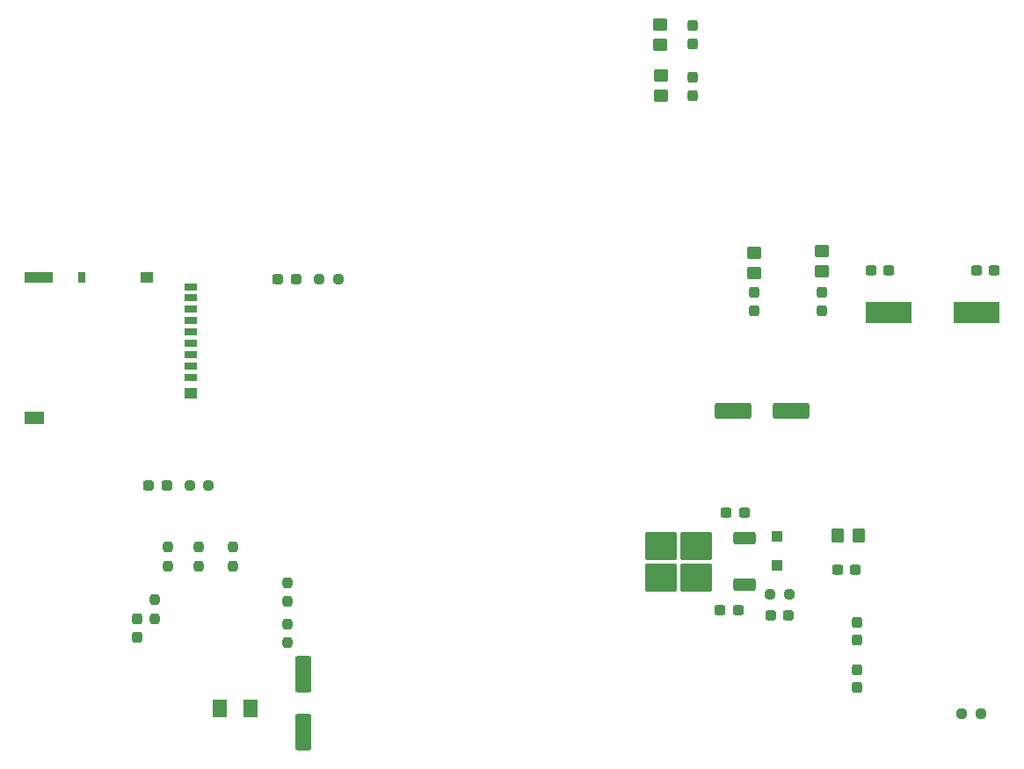
<source format=gbr>
%TF.GenerationSoftware,KiCad,Pcbnew,7.0.1-0*%
%TF.CreationDate,2023-05-25T18:19:08+09:00*%
%TF.ProjectId,MissionModule,4d697373-696f-46e4-9d6f-64756c652e6b,rev?*%
%TF.SameCoordinates,Original*%
%TF.FileFunction,Paste,Top*%
%TF.FilePolarity,Positive*%
%FSLAX46Y46*%
G04 Gerber Fmt 4.6, Leading zero omitted, Abs format (unit mm)*
G04 Created by KiCad (PCBNEW 7.0.1-0) date 2023-05-25 18:19:08*
%MOMM*%
%LPD*%
G01*
G04 APERTURE LIST*
G04 Aperture macros list*
%AMRoundRect*
0 Rectangle with rounded corners*
0 $1 Rounding radius*
0 $2 $3 $4 $5 $6 $7 $8 $9 X,Y pos of 4 corners*
0 Add a 4 corners polygon primitive as box body*
4,1,4,$2,$3,$4,$5,$6,$7,$8,$9,$2,$3,0*
0 Add four circle primitives for the rounded corners*
1,1,$1+$1,$2,$3*
1,1,$1+$1,$4,$5*
1,1,$1+$1,$6,$7*
1,1,$1+$1,$8,$9*
0 Add four rect primitives between the rounded corners*
20,1,$1+$1,$2,$3,$4,$5,0*
20,1,$1+$1,$4,$5,$6,$7,0*
20,1,$1+$1,$6,$7,$8,$9,0*
20,1,$1+$1,$8,$9,$2,$3,0*%
G04 Aperture macros list end*
%ADD10RoundRect,0.250001X0.462499X0.624999X-0.462499X0.624999X-0.462499X-0.624999X0.462499X-0.624999X0*%
%ADD11RoundRect,0.237500X0.250000X0.237500X-0.250000X0.237500X-0.250000X-0.237500X0.250000X-0.237500X0*%
%ADD12RoundRect,0.250000X-0.450000X0.350000X-0.450000X-0.350000X0.450000X-0.350000X0.450000X0.350000X0*%
%ADD13RoundRect,0.237500X-0.300000X-0.237500X0.300000X-0.237500X0.300000X0.237500X-0.300000X0.237500X0*%
%ADD14RoundRect,0.237500X0.237500X-0.300000X0.237500X0.300000X-0.237500X0.300000X-0.237500X-0.300000X0*%
%ADD15RoundRect,0.237500X0.237500X-0.250000X0.237500X0.250000X-0.237500X0.250000X-0.237500X-0.250000X0*%
%ADD16RoundRect,0.250000X-0.350000X-0.450000X0.350000X-0.450000X0.350000X0.450000X-0.350000X0.450000X0*%
%ADD17RoundRect,0.237500X-0.237500X0.287500X-0.237500X-0.287500X0.237500X-0.287500X0.237500X0.287500X0*%
%ADD18RoundRect,0.237500X0.237500X-0.287500X0.237500X0.287500X-0.237500X0.287500X-0.237500X-0.287500X0*%
%ADD19RoundRect,0.250000X-1.500000X-0.550000X1.500000X-0.550000X1.500000X0.550000X-1.500000X0.550000X0*%
%ADD20RoundRect,0.237500X-0.237500X0.250000X-0.237500X-0.250000X0.237500X-0.250000X0.237500X0.250000X0*%
%ADD21R,4.500000X2.000000*%
%ADD22RoundRect,0.237500X0.287500X0.237500X-0.287500X0.237500X-0.287500X-0.237500X0.287500X-0.237500X0*%
%ADD23RoundRect,0.250000X0.850000X0.350000X-0.850000X0.350000X-0.850000X-0.350000X0.850000X-0.350000X0*%
%ADD24RoundRect,0.250000X1.275000X1.125000X-1.275000X1.125000X-1.275000X-1.125000X1.275000X-1.125000X0*%
%ADD25RoundRect,0.237500X0.300000X0.237500X-0.300000X0.237500X-0.300000X-0.237500X0.300000X-0.237500X0*%
%ADD26RoundRect,0.237500X-0.287500X-0.237500X0.287500X-0.237500X0.287500X0.237500X-0.287500X0.237500X0*%
%ADD27RoundRect,0.250000X-0.550000X1.500000X-0.550000X-1.500000X0.550000X-1.500000X0.550000X1.500000X0*%
%ADD28RoundRect,0.250000X0.300000X-0.300000X0.300000X0.300000X-0.300000X0.300000X-0.300000X-0.300000X0*%
%ADD29RoundRect,0.237500X-0.250000X-0.237500X0.250000X-0.237500X0.250000X0.237500X-0.250000X0.237500X0*%
%ADD30R,1.200000X0.700000*%
%ADD31R,0.800000X1.000000*%
%ADD32R,1.200000X1.000000*%
%ADD33R,2.800000X1.000000*%
%ADD34R,1.900000X1.300000*%
G04 APERTURE END LIST*
D10*
%TO.C,F1*%
X124487500Y-128500000D03*
X121512500Y-128500000D03*
%TD*%
D11*
%TO.C,R11*%
X120412500Y-107000000D03*
X118587500Y-107000000D03*
%TD*%
D12*
%TO.C,R7*%
X163912500Y-62487500D03*
X163912500Y-64487500D03*
%TD*%
D13*
%TO.C,C6*%
X184213500Y-86203432D03*
X185938500Y-86203432D03*
%TD*%
D14*
%TO.C,C2*%
X182917000Y-121863932D03*
X182917000Y-120138932D03*
%TD*%
D15*
%TO.C,R12*%
X122750000Y-114750000D03*
X122750000Y-112925000D03*
%TD*%
D16*
%TO.C,R3*%
X181007500Y-111790000D03*
X183007500Y-111790000D03*
%TD*%
D17*
%TO.C,D5*%
X167000000Y-67625000D03*
X167000000Y-69375000D03*
%TD*%
D18*
%TO.C,D3*%
X179500000Y-90125000D03*
X179500000Y-88375000D03*
%TD*%
D11*
%TO.C,R15*%
X132900000Y-87099432D03*
X131075000Y-87099432D03*
%TD*%
D19*
%TO.C,C8*%
X170900000Y-99799432D03*
X176500000Y-99799432D03*
%TD*%
D12*
%TO.C,R6*%
X164000000Y-67412500D03*
X164000000Y-69412500D03*
%TD*%
D20*
%TO.C,R8*%
X128000000Y-120337500D03*
X128000000Y-122162500D03*
%TD*%
D12*
%TO.C,R4*%
X179500000Y-84337500D03*
X179500000Y-86337500D03*
%TD*%
D17*
%TO.C,D6*%
X167000000Y-62612500D03*
X167000000Y-64362500D03*
%TD*%
D15*
%TO.C,R13*%
X119500000Y-114750000D03*
X119500000Y-112925000D03*
%TD*%
D18*
%TO.C,D4*%
X173000000Y-90125000D03*
X173000000Y-88375000D03*
%TD*%
D21*
%TO.C,Y1*%
X185906000Y-90267432D03*
X194406000Y-90267432D03*
%TD*%
D15*
%TO.C,R14*%
X116500000Y-114750000D03*
X116500000Y-112925000D03*
%TD*%
D22*
%TO.C,D1*%
X176287500Y-119500000D03*
X174537500Y-119500000D03*
%TD*%
D23*
%TO.C,U3*%
X172000000Y-116579432D03*
D24*
X167375000Y-115824432D03*
X167375000Y-112774432D03*
X164025000Y-115824432D03*
X164025000Y-112774432D03*
D23*
X172000000Y-112019432D03*
%TD*%
D25*
%TO.C,C7*%
X172012500Y-109599432D03*
X170287500Y-109599432D03*
%TD*%
%TO.C,C3*%
X171412500Y-118999432D03*
X169687500Y-118999432D03*
%TD*%
D26*
%TO.C,D7*%
X114625000Y-107000000D03*
X116375000Y-107000000D03*
%TD*%
D27*
%TO.C,C9*%
X129500000Y-125200000D03*
X129500000Y-130800000D03*
%TD*%
D28*
%TO.C,D2*%
X175160306Y-114680000D03*
X175160306Y-111880000D03*
%TD*%
D11*
%TO.C,R2*%
X176325000Y-117500000D03*
X174500000Y-117500000D03*
%TD*%
D14*
%TO.C,C4*%
X182917000Y-126462500D03*
X182917000Y-124737500D03*
%TD*%
D29*
%TO.C,R1*%
X192987500Y-129000000D03*
X194812500Y-129000000D03*
%TD*%
D25*
%TO.C,C1*%
X196098500Y-86203432D03*
X194373500Y-86203432D03*
%TD*%
D26*
%TO.C,D8*%
X127112500Y-87099432D03*
X128862500Y-87099432D03*
%TD*%
D18*
%TO.C,D9*%
X113500000Y-121625000D03*
X113500000Y-119875000D03*
%TD*%
D20*
%TO.C,R10*%
X128000000Y-116337500D03*
X128000000Y-118162500D03*
%TD*%
D30*
%TO.C,J2*%
X118725000Y-96525000D03*
X118725000Y-95425000D03*
X118725000Y-94325000D03*
X118725000Y-93225000D03*
X118725000Y-92125000D03*
X118725000Y-91025000D03*
X118725000Y-89925000D03*
X118725000Y-88825000D03*
X118725000Y-87875000D03*
D31*
X108225000Y-86925000D03*
D32*
X114425000Y-86925000D03*
D33*
X104075000Y-86925000D03*
D32*
X118725000Y-98075000D03*
D34*
X103625000Y-100425000D03*
%TD*%
D25*
%TO.C,C5*%
X182745000Y-115100000D03*
X181020000Y-115100000D03*
%TD*%
D12*
%TO.C,R5*%
X173000000Y-84500000D03*
X173000000Y-86500000D03*
%TD*%
D20*
%TO.C,R9*%
X115200000Y-118000000D03*
X115200000Y-119825000D03*
%TD*%
M02*

</source>
